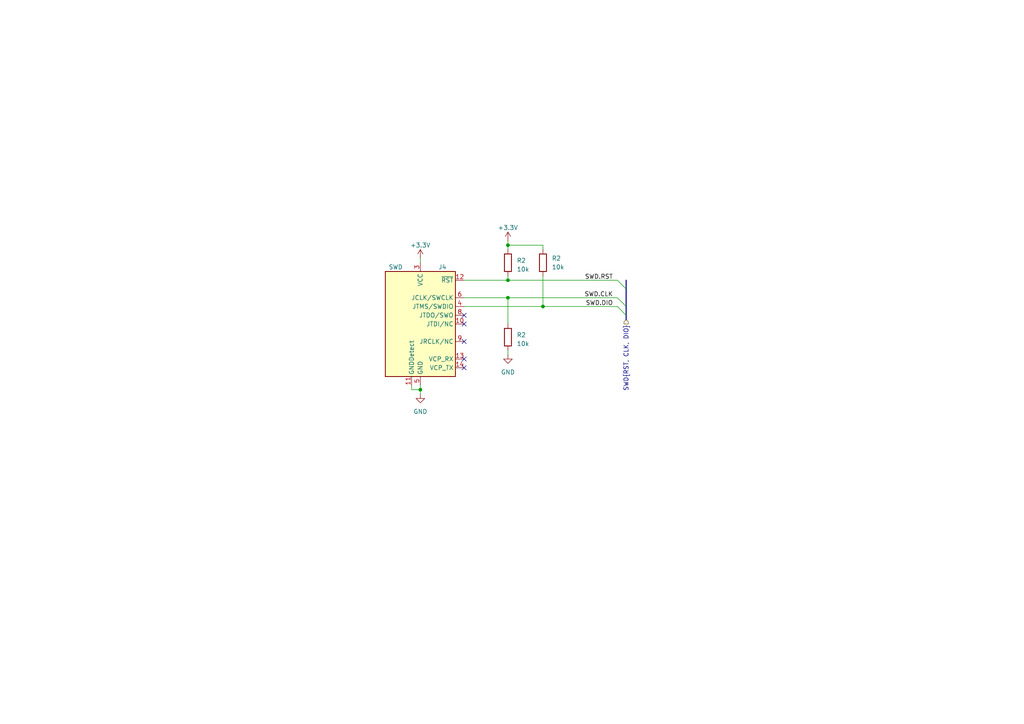
<source format=kicad_sch>
(kicad_sch (version 20230121) (generator eeschema)
  (paper "A4")
  (title_block (title "SWD Connector") (date "2023-02-16") (rev "2") (company "Artem Korobko"))
  (lib_symbols
    (symbol "Connector:Conn_ST_STDC14"
      (property "Reference" "J" (at -8.89 16.51 0))
      (property "Value" "Conn_ST_STDC14" (at 17.78 16.51 0))
      (symbol "Conn_ST_STDC14_0_1"
        (rectangle (start -10.16 15.24) (end 10.16 -15.24) (stroke (width 0.254)) (fill (type background)))
      )
      (symbol "Conn_ST_STDC14_1_1"
        (pin no_connect line (at -10.16 5.08 0) (length 2.54) hide (name "NC") (number "1"))
        (pin output line (at 12.7 0 180) (length 2.54) (name "JTDI/NC") (number "10"))
        (pin passive line (at -2.54 -17.78 90) (length 2.54) (name "GNDDetect") (number "11"))
        (pin open_collector line (at 12.7 12.7 180) (length 2.54) (name "~{RST}") (number "12"))
        (pin output line (at 12.7 -10.16 180) (length 2.54) (name "VCP_RX") (number "13"))
        (pin input line (at 12.7 -12.7 180) (length 2.54) (name "VCP_TX") (number "14"))
        (pin no_connect line (at -10.16 2.54 0) (length 2.54) hide (name "NC") (number "2"))
        (pin power_in line (at 0 17.78 270) (length 2.54) (name "VCC") (number "3"))
        (pin bidirectional line (at 12.7 5.08 180) (length 2.54) (name "JTMS/SWDIO") (number "4"))
        (pin power_in line (at 0 -17.78 90) (length 2.54) (name "GND") (number "5"))
        (pin output line (at 12.7 7.62 180) (length 2.54) (name "JCLK/SWCLK") (number "6"))
        (pin passive line (at 0 -17.78 90) (length 2.54) hide (name "GND") (number "7"))
        (pin input line (at 12.7 2.54 180) (length 2.54) (name "JTDO/SWO") (number "8"))
        (pin input line (at 12.7 -5.08 180) (length 2.54) (name "JRCLK/NC") (number "9"))
      )
    )
    (symbol "Device:R" (pin_numbers hide) (pin_names (offset 0))
      (property "Reference" "R" (at 2.032 0 90))
      (property "Value" "R" (at 0 0 90))
      (symbol "R_0_1"
        (rectangle (start -1.016 -2.54) (end 1.016 2.54) (stroke (width 0.254)))
      )
      (symbol "R_1_1"
        (pin passive line (at 0 3.81 270) (length 1.27) (name "~") (number "1"))
        (pin passive line (at 0 -3.81 90) (length 1.27) (name "~") (number "2"))
      )
    )
    (symbol "power:+3.3V" (power) (pin_names (offset 0))
      (property "Value" "+3.3V" (at 0 3.556 0))
      (symbol "+3.3V_0_1"
        (polyline (pts (xy -0.762 1.27) (xy 0 2.54)))
        (polyline (pts (xy 0 0) (xy 0 2.54)))
        (polyline (pts (xy 0 2.54) (xy 0.762 1.27)))
      )
      (symbol "+3.3V_1_1"
        (pin power_in line (at 0 0 90) (length 0) hide (name "+3.3V") (number "1"))
      )
    )
    (symbol "power:GND" (power) (pin_names (offset 0))
      (property "Value" "GND" (at 0 -3.81 0))
      (symbol "GND_0_1"
        (polyline (pts (xy 0 0) (xy 0 -1.27) (xy 1.27 -1.27) (xy 0 -2.54) (xy -1.27 -1.27) (xy 0 -1.27)))
      )
      (symbol "GND_1_1"
        (pin power_in line (at 0 0 270) (length 0) hide (name "GND") (number "1"))
      )
    )
  )
  (junction (at 147.32 86.36))
  (junction (at 147.32 71.12))
  (junction (at 121.92 113.03))
  (junction (at 147.32 81.28))
  (junction (at 157.48 88.9))
  (no_connect (at 134.62 91.44))
  (no_connect (at 134.62 93.98))
  (no_connect (at 134.62 104.14))
  (no_connect (at 134.62 106.68))
  (no_connect (at 134.62 99.06))
  (bus_entry (at 179.07 86.36) (size 2.54 2.54))
  (bus_entry (at 179.07 81.28) (size 2.54 2.54))
  (bus_entry (at 179.07 88.9) (size 2.54 2.54))
  (wire (pts (xy 121.92 111.76) (xy 121.92 113.03)))
  (wire (pts (xy 157.48 80.01) (xy 157.48 88.9)))
  (wire (pts (xy 147.32 86.36) (xy 179.07 86.36)))
  (wire (pts (xy 134.62 88.9) (xy 157.48 88.9)))
  (wire (pts (xy 119.38 113.03) (xy 121.92 113.03)))
  (wire (pts (xy 147.32 81.28) (xy 179.07 81.28)))
  (bus (pts (xy 181.61 83.82) (xy 181.61 88.9)))
  (wire (pts (xy 147.32 101.6) (xy 147.32 102.87)))
  (wire (pts (xy 121.92 74.93) (xy 121.92 76.2)))
  (wire (pts (xy 121.92 113.03) (xy 121.92 114.3)))
  (wire (pts (xy 147.32 72.39) (xy 147.32 71.12)))
  (bus (pts (xy 181.61 88.9) (xy 181.61 91.44)))
  (wire (pts (xy 119.38 111.76) (xy 119.38 113.03)))
  (bus (pts (xy 181.61 91.44) (xy 181.61 92.71)))
  (wire (pts (xy 157.48 88.9) (xy 179.07 88.9)))
  (wire (pts (xy 147.32 86.36) (xy 147.32 93.98)))
  (wire (pts (xy 157.48 71.12) (xy 157.48 72.39)))
  (wire (pts (xy 147.32 71.12) (xy 157.48 71.12)))
  (wire (pts (xy 134.62 81.28) (xy 147.32 81.28)))
  (wire (pts (xy 134.62 86.36) (xy 147.32 86.36)))
  (wire (pts (xy 147.32 80.01) (xy 147.32 81.28)))
  (bus (pts (xy 181.61 81.28) (xy 181.61 83.82)))
  (wire (pts (xy 147.32 69.85) (xy 147.32 71.12)))
  (label "SWD.CLK" (at 177.8 86.36 180))
  (label "SWD.RST" (at 177.8 81.28 180))
  (label "SWD.DIO" (at 177.8 88.9 180))
  (hierarchical_label "SWD{RST, CLK, DIO}" (shape input) (at 181.61 92.71 270))
  (symbol (lib_id "Device:R") (at 147.32 97.79 0) (unit 1)
    (property "Reference" "R2" (at 149.86 97.155 0) (effects (justify left)))
    (property "Value" "10k" (at 149.86 99.695 0) (effects (justify left)))
    (property "Footprint" "Resistor_SMD:R_0603_1608Metric" (effects hide))
    (instances (project "schematics" (path "" (reference "R2") (unit 1)) (path "" (reference "R4") (unit 1)) (path "" (reference "R13") (unit 1))))
  )
  (symbol (lib_id "power:GND") (at 121.92 114.3 0) (unit 1)
    (property "Reference" "#PWR013" (effects hide))
    (property "Value" "GND" (at 121.92 119.38 0))
    (instances (project "schematics" (path "" (reference "#PWR013") (unit 1)) (path "" (reference "#PWR03") (unit 1)) (path "" (reference "#PWR018") (unit 1))))
  )
  (symbol (lib_id "power:+3.3V") (at 147.32 69.85 0) (unit 1)
    (property "Reference" "#PWR012" (effects hide))
    (property "Value" "+3.3V" (at 147.32 66.04 0))
    (instances (project "schematics" (path "" (reference "#PWR012") (unit 1)) (path "" (reference "#PWR04") (unit 1)) (path "" (reference "#PWR019") (unit 1))))
  )
  (symbol (lib_id "Device:R") (at 147.32 76.2 0) (unit 1)
    (property "Reference" "R2" (at 149.86 75.565 0) (effects (justify left)))
    (property "Value" "10k" (at 149.86 78.105 0) (effects (justify left)))
    (property "Footprint" "Resistor_SMD:R_0603_1608Metric" (effects hide))
    (instances (project "schematics" (path "" (reference "R2") (unit 1)) (path "" (reference "R5") (unit 1)) (path "" (reference "R14") (unit 1))))
  )
  (symbol (lib_id "power:GND") (at 147.32 102.87 0) (unit 1)
    (property "Reference" "#PWR013" (effects hide))
    (property "Value" "GND" (at 147.32 107.95 0))
    (instances (project "schematics" (path "" (reference "#PWR013") (unit 1)) (path "" (reference "#PWR05") (unit 1)) (path "" (reference "#PWR020") (unit 1))))
  )
  (symbol (lib_id "Connector:Conn_ST_STDC14") (at 121.92 93.98 0) (unit 1)
    (property "Reference" "J4" (at 129.54 77.47 0) (effects (justify right)))
    (property "Value" "SWD" (at 116.84 77.47 0) (effects (justify right)))
    (property "Footprint" "Connector_PinHeader_1.27mm:PinHeader_2x07_P1.27mm_Vertical_SMD" (effects hide))
    (property "Datasheet" "https://www.st.com/content/ccc/resource/technical/document/user_manual/group1/99/49/91/b6/b2/3a/46/e5/DM00526767/files/DM00526767.pdf/jcr:content/translations/en.DM00526767.pdf" (effects hide))
    (instances (project "schematics" (path "" (reference "J4") (unit 1)) (path "" (reference "J2") (unit 1)) (path "" (reference "J4") (unit 1))))
  )
  (symbol (lib_id "Device:R") (at 157.48 76.2 0) (unit 1)
    (property "Reference" "R2" (at 160.02 74.93 0) (effects (justify left)))
    (property "Value" "10k" (at 160.02 77.47 0) (effects (justify left)))
    (property "Footprint" "Resistor_SMD:R_0603_1608Metric" (effects hide))
    (instances (project "schematics" (path "" (reference "R2") (unit 1)) (path "" (reference "R6") (unit 1)) (path "" (reference "R15") (unit 1))))
  )
  (symbol (lib_id "power:+3.3V") (at 121.92 74.93 0) (unit 1)
    (property "Reference" "#PWR012" (effects hide))
    (property "Value" "+3.3V" (at 121.92 71.12 0))
    (instances (project "schematics" (path "" (reference "#PWR012") (unit 1)) (path "" (reference "#PWR02") (unit 1)) (path "" (reference "#PWR017") (unit 1))))
  )
)
</source>
